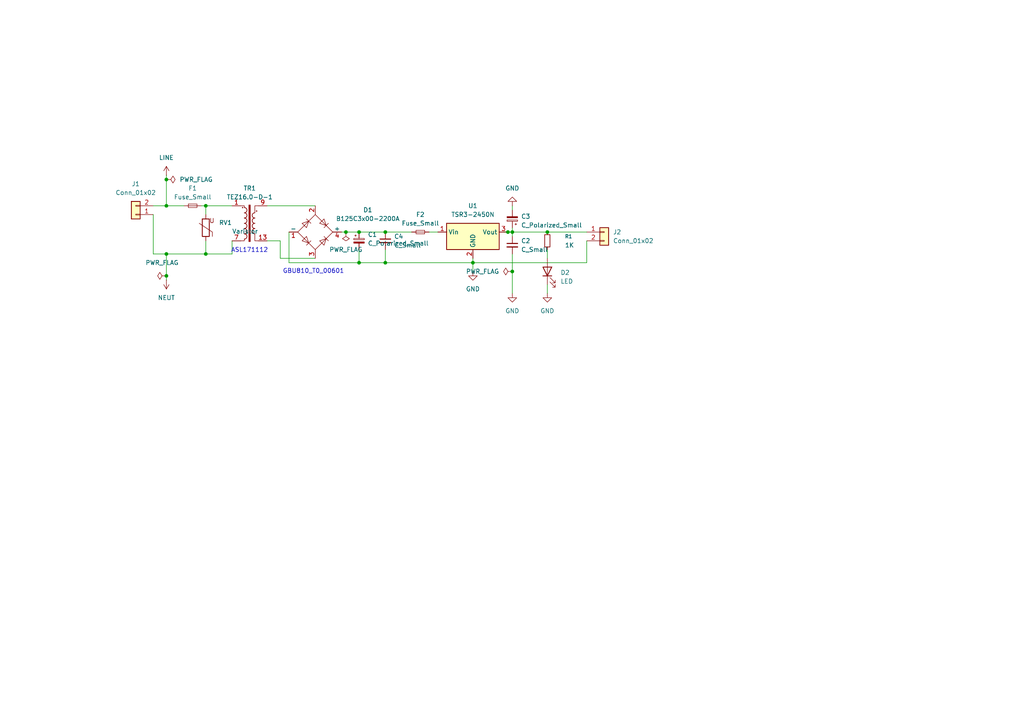
<source format=kicad_sch>
(kicad_sch (version 20250114) (generator "eeschema") (generator_version "9.0")
  (paper "A4")
  (lib_symbols
    (symbol "Connector_Generic:Conn_01x02" (pin_names (offset 1.016) (hide yes))
      (property "Reference" "J" (at 0 2.54 0))
      (property "Value" "Conn_01x02" (at 0 -5.08 0))
      (symbol "Conn_01x02_1_1"
        (rectangle (start -1.27 1.27) (end 1.27 -3.81) (stroke (width 0.254)) (fill (type background)))
        (rectangle (start -1.27 0.127) (end 0 -0.127) (stroke (width 0.1524)))
        (rectangle (start -1.27 -2.413) (end 0 -2.667) (stroke (width 0.1524)))
        (pin passive line (at -5.08 0 0) (length 3.81) (name "Pin_1") (number "1"))
        (pin passive line (at -5.08 -2.54 0) (length 3.81) (name "Pin_2") (number "2"))
      )
    )
    (symbol "Converter_DCDC:TSR3-2450N"
      (property "Reference" "U" (at -7.112 6.35 0))
      (property "Value" "TSR3-2450N" (at 1.524 6.35 0))
      (symbol "TSR3-2450N_0_1"
        (rectangle (start -7.62 5.08) (end 7.62 -2.54) (stroke (width 0.254)) (fill (type background)))
      )
      (symbol "TSR3-2450N_1_1"
        (pin power_in line (at -10.16 2.54 0) (length 2.54) (name "Vin") (number "1"))
        (pin power_in line (at 0 -5.08 90) (length 2.54) (name "GND") (number "2"))
        (pin power_out line (at 10.16 2.54 180) (length 2.54) (name "Vout") (number "3"))
      )
    )
    (symbol "Device:C_Polarized_Small" (pin_numbers (hide yes)) (pin_names (offset 0.254) (hide yes))
      (property "Reference" "C" (at 0.254 1.778 0))
      (property "Value" "C_Polarized_Small" (at 0.254 -2.032 0))
      (symbol "C_Polarized_Small_0_1"
        (rectangle (start -1.524 0.6858) (end 1.524 0.3048))
        (rectangle (start -1.524 -0.3048) (end 1.524 -0.6858) (fill (type outline)))
        (polyline (pts (xy -1.27 1.524) (xy -0.762 1.524)))
        (polyline (pts (xy -1.016 1.27) (xy -1.016 1.778)))
      )
      (symbol "C_Polarized_Small_1_1"
        (pin passive line (at 0 2.54 270) (length 1.8542) (name "~") (number "1"))
        (pin passive line (at 0 -2.54 90) (length 1.8542) (name "~") (number "2"))
      )
    )
    (symbol "Device:C_Small" (pin_numbers (hide yes)) (pin_names (offset 0.254) (hide yes))
      (property "Reference" "C" (at 0.254 1.778 0))
      (property "Value" "C_Small" (at 0.254 -2.032 0))
      (symbol "C_Small_0_1"
        (polyline (pts (xy -1.524 0.508) (xy 1.524 0.508)) (stroke (width 0.3048)))
        (polyline (pts (xy -1.524 -0.508) (xy 1.524 -0.508)) (stroke (width 0.3302)))
      )
      (symbol "C_Small_1_1"
        (pin passive line (at 0 2.54 270) (length 2.032) (name "~") (number "1"))
        (pin passive line (at 0 -2.54 90) (length 2.032) (name "~") (number "2"))
      )
    )
    (symbol "Device:Fuse_Small" (pin_numbers (hide yes)) (pin_names (offset 0.254) (hide yes))
      (property "Reference" "F" (at 0 -1.524 0))
      (property "Value" "Fuse_Small" (at 0 1.524 0))
      (symbol "Fuse_Small_0_1"
        (rectangle (start -1.27 0.508) (end 1.27 -0.508))
        (polyline (pts (xy -1.27 0) (xy 1.27 0)))
      )
      (symbol "Fuse_Small_1_1"
        (pin passive line (at -2.54 0 0) (length 1.27) (name "~") (number "1"))
        (pin passive line (at 2.54 0 180) (length 1.27) (name "~") (number "2"))
      )
    )
    (symbol "Device:LED" (pin_numbers (hide yes)) (pin_names (offset 1.016) (hide yes))
      (property "Reference" "D" (at 0 2.54 0))
      (property "Value" "LED" (at 0 -2.54 0))
      (symbol "LED_0_1"
        (polyline (pts (xy -3.048 -0.762) (xy -4.572 -2.286) (xy -3.81 -2.286) (xy -4.572 -2.286) (xy -4.572 -1.524)))
        (polyline (pts (xy -1.778 -0.762) (xy -3.302 -2.286) (xy -2.54 -2.286) (xy -3.302 -2.286) (xy -3.302 -1.524)))
        (polyline (pts (xy -1.27 0) (xy 1.27 0)))
        (polyline (pts (xy -1.27 -1.27) (xy -1.27 1.27)) (stroke (width 0.254)))
        (polyline (pts (xy 1.27 -1.27) (xy 1.27 1.27) (xy -1.27 0) (xy 1.27 -1.27)) (stroke (width 0.254)))
      )
      (symbol "LED_1_1"
        (pin passive line (at -3.81 0 0) (length 2.54) (name "K") (number "1"))
        (pin passive line (at 3.81 0 180) (length 2.54) (name "A") (number "2"))
      )
    )
    (symbol "Device:R_Small" (pin_numbers (hide yes)) (pin_names (offset 0.254) (hide yes))
      (property "Reference" "R" (at 0 0 90))
      (property "Value" "R_Small" (at 1.778 0 90))
      (symbol "R_Small_0_1"
        (rectangle (start -0.762 1.778) (end 0.762 -1.778) (stroke (width 0.2032)))
      )
      (symbol "R_Small_1_1"
        (pin passive line (at 0 2.54 270) (length 0.762) (name "~") (number "1"))
        (pin passive line (at 0 -2.54 90) (length 0.762) (name "~") (number "2"))
      )
    )
    (symbol "Device:Varistor" (pin_numbers (hide yes)) (pin_names (offset 0))
      (property "Reference" "RV" (at 3.175 0 90))
      (property "Value" "Varistor" (at -3.175 0 90))
      (symbol "Varistor_0_0"
        (text "U" (at -1.778 -2.032 0) (effects (font (size 1.27 1.27))))
      )
      (symbol "Varistor_0_1"
        (polyline (pts (xy -1.905 2.54) (xy -1.905 1.27) (xy 1.905 -1.27)))
        (rectangle (start -1.016 -2.54) (end 1.016 2.54) (stroke (width 0.254)))
      )
      (symbol "Varistor_1_1"
        (pin passive line (at 0 3.81 270) (length 1.27) (name "~") (number "1"))
        (pin passive line (at 0 -3.81 90) (length 1.27) (name "~") (number "2"))
      )
    )
    (symbol "Diode_Bridge:B125C3x00-2200A" (pin_names (offset 0))
      (property "Reference" "D" (at 2.54 6.985 0))
      (property "Value" "B125C3x00-2200A" (at 2.54 5.08 0))
      (symbol "B125C3x00-2200A_0_1"
        (polyline (pts (xy -5.08 0) (xy 0 -5.08) (xy 5.08 0) (xy 0 5.08) (xy -5.08 0)))
        (polyline (pts (xy -3.81 2.54) (xy -2.54 1.27) (xy -1.905 3.175) (xy -3.81 2.54)))
        (polyline (pts (xy -2.54 3.81) (xy -1.27 2.54)))
        (polyline (pts (xy -2.54 -1.27) (xy -3.81 -2.54) (xy -1.905 -3.175) (xy -2.54 -1.27)))
        (polyline (pts (xy -1.27 -2.54) (xy -2.54 -3.81)))
        (polyline (pts (xy 1.27 2.54) (xy 2.54 3.81) (xy 3.175 1.905) (xy 1.27 2.54)))
        (polyline (pts (xy 2.54 1.27) (xy 3.81 2.54)))
        (polyline (pts (xy 2.54 -1.27) (xy 3.81 -2.54)))
        (polyline (pts (xy 3.175 -1.905) (xy 1.27 -2.54) (xy 2.54 -3.81) (xy 3.175 -1.905)))
      )
      (symbol "B125C3x00-2200A_1_1"
        (pin passive line (at -7.62 0 0) (length 2.54) (name "-") (number "1"))
        (pin passive line (at 0 7.62 270) (length 2.54) (name "~") (number "2"))
        (pin passive line (at 0 -7.62 90) (length 2.54) (name "~") (number "3"))
        (pin passive line (at 7.62 0 180) (length 2.54) (name "+") (number "4"))
      )
    )
    (symbol "Transformer:TEZ16.0-D-1" (pin_names (offset 0.0254))
      (property "Reference" "TR" (at 0 6.35 0))
      (property "Value" "TEZ16.0-D-1" (at 0 -6.35 0))
      (symbol "TEZ16.0-D-1_0_1"
        (circle (center -2.032 4.572) (radius 0.127))
        (arc (start -1.524 4.572) (mid -0.7653 3.81) (end -1.524 3.048) (stroke (width 0.2032)))
        (arc (start -1.524 3.048) (mid -0.7653 2.286) (end -1.524 1.524) (stroke (width 0.2032)))
        (arc (start -1.524 1.524) (mid -0.7653 0.762) (end -1.524 0) (stroke (width 0.2032)))
        (arc (start -1.524 0) (mid -0.7653 -0.762) (end -1.524 -1.524) (stroke (width 0.2032)))
        (arc (start -1.524 -1.524) (mid -0.7653 -2.286) (end -1.524 -3.048) (stroke (width 0.2032)))
        (arc (start -1.524 -3.048) (mid -0.7653 -3.81) (end -1.524 -4.572) (stroke (width 0.2032)))
        (polyline (pts (xy -1.524 4.572) (xy -1.524 5.08) (xy -2.54 5.08)))
        (polyline (pts (xy -1.524 -4.572) (xy -1.524 -5.08) (xy -2.54 -5.08)))
        (rectangle (start -0.254 5.334) (end 0.254 -5.334) (stroke (width 0.0254)) (fill (type outline)))
        (polyline (pts (xy 1.524 3.048) (xy 1.524 5.08) (xy 2.54 5.08)) (stroke (width 0.1524)))
        (arc (start 1.524 1.524) (mid 0.7653 2.286) (end 1.524 3.048) (stroke (width 0.2032)))
        (arc (start 1.524 0) (mid 0.7653 0.762) (end 1.524 1.524) (stroke (width 0.2032)))
        (arc (start 1.524 -1.524) (mid 0.7653 -0.762) (end 1.524 0) (stroke (width 0.2032)))
        (arc (start 1.524 -3.048) (mid 0.7653 -2.286) (end 1.524 -1.524) (stroke (width 0.2032)))
        (circle (center 2.032 3.556) (radius 0.127))
        (polyline (pts (xy 2.54 -5.08) (xy 1.524 -5.08) (xy 1.524 -3.048)) (stroke (width 0.1524)))
      )
      (symbol "TEZ16.0-D-1_1_1"
        (pin passive line (at -5.08 5.08 0) (length 2.54) (name "~") (number "1"))
        (pin passive line (at -5.08 -5.08 0) (length 2.54) (name "~") (number "7"))
        (pin passive line (at 5.08 5.08 180) (length 2.54) (name "~") (number "9"))
        (pin passive line (at 5.08 -5.08 180) (length 2.54) (name "~") (number "13"))
      )
    )
    (symbol "power:GND" (power) (pin_numbers (hide yes)) (pin_names (offset 0) (hide yes))
      (property "Value" "GND" (at 0 -3.81 0))
      (symbol "GND_0_1"
        (polyline (pts (xy 0 0) (xy 0 -1.27) (xy 1.27 -1.27) (xy 0 -2.54) (xy -1.27 -1.27) (xy 0 -1.27)))
      )
      (symbol "GND_1_1"
        (pin power_in line (at 0 0 270) (length 0) (name "~") (number "1"))
      )
    )
    (symbol "power:LINE" (power) (pin_numbers (hide yes)) (pin_names (offset 0) (hide yes))
      (property "Value" "LINE" (at 0 3.556 0))
      (symbol "LINE_0_1"
        (polyline (pts (xy -0.762 1.27) (xy 0 2.54)))
        (polyline (pts (xy 0 2.54) (xy 0.762 1.27)))
        (polyline (pts (xy 0 0) (xy 0 2.54)))
      )
      (symbol "LINE_1_1"
        (pin power_in line (at 0 0 90) (length 0) (name "~") (number "1"))
      )
    )
    (symbol "power:NEUT" (power) (pin_numbers (hide yes)) (pin_names (offset 0) (hide yes))
      (property "Value" "NEUT" (at 0 3.556 0))
      (symbol "NEUT_0_1"
        (polyline (pts (xy -0.762 1.27) (xy 0 2.54)))
        (polyline (pts (xy 0 2.54) (xy 0.762 1.27)))
        (polyline (pts (xy 0 0) (xy 0 2.54)))
      )
      (symbol "NEUT_1_1"
        (pin power_in line (at 0 0 90) (length 0) (name "~") (number "1"))
      )
    )
    (symbol "power:PWR_FLAG" (power) (pin_numbers (hide yes)) (pin_names (offset 0) (hide yes))
      (property "Value" "PWR_FLAG" (at 0 3.81 0))
      (symbol "PWR_FLAG_0_0"
        (pin power_out line (at 0 0 90) (length 0) (name "~") (number "1"))
      )
      (symbol "PWR_FLAG_0_1"
        (polyline (pts (xy 0 0) (xy 0 1.27) (xy -1.016 1.905) (xy 0 2.54) (xy 1.016 1.905) (xy 0 1.27)))
      )
    )
  )
  (text "GBU810_T0_00601" (at 90.932 78.74 0) (effects (font (size 1.27 1.27))))
  (text "ASL171112" (at 72.39 72.644 0) (effects (font (size 1.27 1.27))))
  (junction (at 48.26 73.66))
  (junction (at 111.76 76.2))
  (junction (at 148.59 67.31))
  (junction (at 100.33 67.31))
  (junction (at 48.26 59.69))
  (junction (at 148.59 78.74))
  (junction (at 104.14 67.31))
  (junction (at 158.75 67.31))
  (junction (at 59.69 59.69))
  (junction (at 48.26 52.07))
  (junction (at 48.26 80.01))
  (junction (at 137.16 76.2))
  (junction (at 111.76 67.31))
  (junction (at 104.14 76.2))
  (junction (at 59.69 73.66))
  (junction (at 147.32 67.31))
  (wire (pts (xy 59.69 73.66) (xy 67.31 73.66)))
  (wire (pts (xy 58.42 59.69) (xy 59.69 59.69)))
  (wire (pts (xy 111.76 72.39) (xy 111.76 76.2)))
  (wire (pts (xy 81.28 74.93) (xy 91.44 74.93)))
  (wire (pts (xy 48.26 73.66) (xy 44.45 73.66)))
  (wire (pts (xy 104.14 72.39) (xy 104.14 76.2)))
  (wire (pts (xy 148.59 66.04) (xy 148.59 67.31)))
  (wire (pts (xy 170.18 69.85) (xy 170.18 76.2)))
  (wire (pts (xy 104.14 76.2) (xy 83.82 76.2)))
  (wire (pts (xy 158.75 82.55) (xy 158.75 85.09)))
  (wire (pts (xy 100.33 67.31) (xy 104.14 67.31)))
  (wire (pts (xy 48.26 73.66) (xy 59.69 73.66)))
  (wire (pts (xy 81.28 69.85) (xy 81.28 74.93)))
  (wire (pts (xy 158.75 72.39) (xy 158.75 74.93)))
  (wire (pts (xy 148.59 73.66) (xy 148.59 78.74)))
  (wire (pts (xy 44.45 62.23) (xy 44.45 73.66)))
  (wire (pts (xy 67.31 69.85) (xy 67.31 73.66)))
  (wire (pts (xy 83.82 76.2) (xy 83.82 67.31)))
  (wire (pts (xy 158.75 67.31) (xy 170.18 67.31)))
  (wire (pts (xy 77.47 59.69) (xy 91.44 59.69)))
  (wire (pts (xy 48.26 50.8) (xy 48.26 52.07)))
  (wire (pts (xy 137.16 74.93) (xy 137.16 76.2)))
  (wire (pts (xy 48.26 73.66) (xy 48.26 80.01)))
  (wire (pts (xy 59.69 59.69) (xy 67.31 59.69)))
  (wire (pts (xy 148.59 78.74) (xy 148.59 85.09)))
  (wire (pts (xy 59.69 59.69) (xy 59.69 62.23)))
  (wire (pts (xy 137.16 76.2) (xy 137.16 78.74)))
  (wire (pts (xy 104.14 67.31) (xy 111.76 67.31)))
  (wire (pts (xy 148.59 67.31) (xy 148.59 68.58)))
  (wire (pts (xy 111.76 76.2) (xy 137.16 76.2)))
  (wire (pts (xy 48.26 52.07) (xy 48.26 59.69)))
  (wire (pts (xy 48.26 59.69) (xy 53.34 59.69)))
  (wire (pts (xy 148.59 59.69) (xy 148.59 60.96)))
  (wire (pts (xy 59.69 69.85) (xy 59.69 73.66)))
  (wire (pts (xy 77.47 69.85) (xy 81.28 69.85)))
  (wire (pts (xy 111.76 67.31) (xy 119.38 67.31)))
  (wire (pts (xy 104.14 76.2) (xy 111.76 76.2)))
  (wire (pts (xy 48.26 81.28) (xy 48.26 80.01)))
  (wire (pts (xy 99.06 67.31) (xy 100.33 67.31)))
  (wire (pts (xy 148.59 67.31) (xy 147.32 67.31)))
  (wire (pts (xy 44.45 59.69) (xy 48.26 59.69)))
  (wire (pts (xy 148.59 67.31) (xy 158.75 67.31)))
  (wire (pts (xy 137.16 76.2) (xy 170.18 76.2)))
  (wire (pts (xy 124.46 67.31) (xy 127 67.31)))
  (wire (pts (xy 147.32 67.31) (xy 146.05 67.31)))
  (symbol (lib_id "power:GND") (at 158.75 85.09 0) (unit 1)
    (property "Reference" "#PWR03" (effects (hide yes)))
    (property "Value" "GND" (at 158.75 90.17 0))
    (property "Description" "Power symbol creates a global label with name \"GND\" , ground" (effects (hide yes)))
  )
  (symbol (lib_id "power:GND") (at 137.16 78.74 0) (unit 1)
    (property "Reference" "#PWR04" (effects (hide yes)))
    (property "Value" "GND" (at 137.16 83.82 0))
    (property "Description" "Power symbol creates a global label with name \"GND\" , ground" (effects (hide yes)))
  )
  (symbol (lib_id "Converter_DCDC:TSR3-2450N") (at 137.16 69.85 0) (unit 1)
    (property "Reference" "U1" (at 137.16 59.69 0))
    (property "Value" "TSR3-2450N" (at 137.16 62.23 0))
    (property "Footprint" "Library:CONV_TSR_3-2450" (effects (hide yes)))
    (property "Datasheet" "https://www.tracopower.com/products/tsr3n.pdf" (effects (hide yes)))
    (property "Description" "3A step-down regulator, fixed 5V output voltage, 6.5-36V input voltage, TO-220 compatible LM78xx replacement" (effects (hide yes)))
  )
  (symbol (lib_id "power:PWR_FLAG") (at 100.33 67.31 180) (unit 1)
    (property "Reference" "#FLG04" (effects (hide yes)))
    (property "Value" "PWR_FLAG" (at 100.33 72.39 0))
    (property "Description" "Special symbol for telling ERC where power comes from" (effects (hide yes)))
  )
  (symbol (lib_id "Device:Varistor") (at 59.69 66.04 180) (unit 1)
    (property "Reference" "RV1" (at 63.5 64.5765 0) (effects (justify right)))
    (property "Value" "Varistor" (at 67.31 67.1165 0) (effects (justify right)))
    (property "Footprint" "Varistor:RV_Disc_D15.5mm_W5.9mm_P7.5mm" (effects (hide yes)))
    (property "Description" "Voltage dependent resistor" (effects (hide yes)))
    (property "Sim.Name" "kicad_builtin_varistor" (effects (hide yes)))
    (property "Sim.Device" "SUBCKT" (effects (hide yes)))
    (property "Sim.Pins" "1=A 2=B" (effects (hide yes)))
    (property "Sim.Params" "threshold=1k" (effects (hide yes)))
    (property "Sim.Library" "${KICAD9_SYMBOL_DIR}/Simulation_SPICE.sp" (effects (hide yes)))
  )
  (symbol (lib_id "Transformer:TEZ16.0-D-1") (at 72.39 64.77 0) (unit 1)
    (property "Reference" "TR1" (at 72.4281 54.61 0))
    (property "Value" "TEZ16.0-D-1" (at 72.4281 57.15 0))
    (property "Footprint" "My_Transformers:ASL171112" (effects (hide yes)))
    (property "Datasheet" "http://www.breve.pl/pdf/ANG/TEZ_ang.pdf" (effects (hide yes)))
    (property "Description" "TEZ16.0/D/x, 16VA, Single Secondary, Cast Resin Transformer, PCB" (effects (hide yes)))
  )
  (symbol (lib_id "power:GND") (at 148.59 59.69 180) (unit 1)
    (property "Reference" "#PWR02" (effects (hide yes)))
    (property "Value" "GND" (at 148.59 54.61 0))
    (property "Description" "Power symbol creates a global label with name \"GND\" , ground" (effects (hide yes)))
  )
  (symbol (lib_id "power:PWR_FLAG") (at 48.26 52.07 270) (unit 1)
    (property "Reference" "#FLG02" (effects (hide yes)))
    (property "Value" "PWR_FLAG" (at 52.07 52.0699 90) (effects (justify left)))
    (property "Description" "Special symbol for telling ERC where power comes from" (effects (hide yes)))
  )
  (symbol (lib_id "Device:Fuse_Small") (at 55.88 59.69 0) (unit 1)
    (property "Reference" "F1" (at 55.88 54.61 0))
    (property "Value" "Fuse_Small" (at 55.88 57.15 0))
    (property "Footprint" "Library:FUSRR508W60L835T400H810" (effects (hide yes)))
    (property "Description" "Fuse, small symbol" (effects (hide yes)))
  )
  (symbol (lib_id "Diode_Bridge:B125C3x00-2200A") (at 91.44 67.31 0) (unit 1)
    (property "Reference" "D1" (at 106.68 60.8898 0))
    (property "Value" "B125C3x00-2200A" (at 106.68 63.4298 0))
    (property "Footprint" "Diode_THT:Diode_Bridge_Vishay_GBU" (effects (hide yes)))
    (property "Datasheet" "https://diotec.com/tl_files/diotec/files/pdf/datasheets/b40c3700" (effects (hide yes)))
    (property "Description" "Silicon Bridge Rectifier, 125V Vrms, 2.2A If, pins=-AA+, SIL-package" (effects (hide yes)))
  )
  (symbol (lib_id "power:LINE") (at 48.26 50.8 0) (unit 1)
    (property "Reference" "#PWR05" (effects (hide yes)))
    (property "Value" "LINE" (at 48.26 45.72 0))
    (property "Description" "Power symbol creates a global label with name \"LINE\"" (effects (hide yes)))
  )
  (symbol (lib_id "Device:C_Polarized_Small") (at 104.14 69.85 0) (unit 1)
    (property "Reference" "C1" (at 106.68 68.0338 0) (effects (justify left)))
    (property "Value" "C_Polarized_Small" (at 106.68 70.5738 0) (effects (justify left)))
    (property "Footprint" "Capacitor_THT:C_Radial_D18.0mm_H35.5mm_P7.50mm" (effects (hide yes)))
    (property "Description" "Polarized capacitor, small symbol" (effects (hide yes)))
  )
  (symbol (lib_id "Device:LED") (at 158.75 78.74 90) (unit 1)
    (property "Reference" "D2" (at 162.56 79.0574 90) (effects (justify right)))
    (property "Value" "LED" (at 162.56 81.5974 90) (effects (justify right)))
    (property "Footprint" "LED_THT:LED_D5.0mm" (effects (hide yes)))
    (property "Description" "Light emitting diode" (effects (hide yes)))
    (property "Sim.Pins" "1=K 2=A" (effects (hide yes)))
  )
  (symbol (lib_id "Device:C_Small") (at 148.59 71.12 0) (unit 1)
    (property "Reference" "C2" (at 151.13 69.8562 0) (effects (justify left)))
    (property "Value" "C_Small" (at 151.13 72.3962 0) (effects (justify left)))
    (property "Footprint" "Capacitor_THT:C_Rect_L7.2mm_W2.5mm_P5.00mm_FKS2_FKP2_MKS2_MKP2" (effects (hide yes)))
    (property "Description" "Unpolarized capacitor, small symbol" (effects (hide yes)))
  )
  (symbol (lib_id "Device:Fuse_Small") (at 121.92 67.31 0) (unit 1)
    (property "Reference" "F2" (at 121.92 62.23 0))
    (property "Value" "Fuse_Small" (at 121.92 64.77 0))
    (property "Footprint" "Fuse:Fuse_Littelfuse_395Series" (effects (hide yes)))
    (property "Description" "Fuse, small symbol" (effects (hide yes)))
  )
  (symbol (lib_id "power:PWR_FLAG") (at 48.26 80.01 90) (unit 1)
    (property "Reference" "#FLG01" (effects (hide yes)))
    (property "Value" "PWR_FLAG" (at 46.99 76.2 90))
    (property "Description" "Special symbol for telling ERC where power comes from" (effects (hide yes)))
  )
  (symbol (lib_id "power:GND") (at 148.59 85.09 0) (unit 1)
    (property "Reference" "#PWR01" (effects (hide yes)))
    (property "Value" "GND" (at 148.59 90.17 0))
    (property "Description" "Power symbol creates a global label with name \"GND\" , ground" (effects (hide yes)))
  )
  (symbol (lib_id "Device:C_Polarized_Small") (at 148.59 63.5 180) (unit 1)
    (property "Reference" "C3" (at 151.13 62.776 0) (effects (justify right)))
    (property "Value" "C_Polarized_Small" (at 151.13 65.316 0) (effects (justify right)))
    (property "Footprint" "Capacitor_THT:CP_Radial_D8.0mm_P3.50mm" (effects (hide yes)))
    (property "Description" "Polarized capacitor, small symbol" (effects (hide yes)))
  )
  (symbol (lib_id "Device:R_Small") (at 158.75 69.85 0) (unit 1)
    (property "Reference" "R1" (at 163.83 68.5799 0) (effects (font (size 1.016 1.016)) (justify left)))
    (property "Value" "1K" (at 163.83 71.1199 0) (effects (justify left)))
    (property "Footprint" "Library:RES_TYCO_YR1_TYC" (effects (hide yes)))
    (property "Description" "Resistor, small symbol" (effects (hide yes)))
  )
  (symbol (lib_id "Connector_Generic:Conn_01x02") (at 39.37 62.23 180) (unit 1)
    (property "Reference" "J1" (at 39.37 53.34 0))
    (property "Value" "Conn_01x02" (at 39.37 55.88 0))
    (property "Footprint" "TerminalBlock_Phoenix:TerminalBlock_Phoenix_PT-1,5-2-5.0-H_1x02_P5.00mm_Horizontal" (effects (hide yes)))
    (property "Description" "Generic connector, single row, 01x02, script generated (kicad-library-utils/schlib/autogen/connector/)" (effects (hide yes)))
  )
  (symbol (lib_id "power:NEUT") (at 48.26 81.28 180) (unit 1)
    (property "Reference" "#PWR06" (effects (hide yes)))
    (property "Value" "NEUT" (at 48.26 86.36 0))
    (property "Description" "Power symbol creates a global label with name \"NEUT\"" (effects (hide yes)))
  )
  (symbol (lib_id "Connector_Generic:Conn_01x02") (at 175.26 67.31 0) (unit 1)
    (property "Reference" "J2" (at 177.8 67.3099 0) (effects (justify left)))
    (property "Value" "Conn_01x02" (at 177.8 69.8499 0) (effects (justify left)))
    (property "Footprint" "TerminalBlock_Phoenix:TerminalBlock_Phoenix_PT-1,5-2-5.0-H_1x02_P5.00mm_Horizontal" (effects (hide yes)))
    (property "Description" "Generic connector, single row, 01x02, script generated (kicad-library-utils/schlib/autogen/connector/)" (effects (hide yes)))
  )
  (symbol (lib_id "Device:C_Small") (at 111.76 69.85 0) (unit 1)
    (property "Reference" "C4" (at 114.3 68.5862 0) (effects (justify left)))
    (property "Value" "C_Small" (at 114.3 71.1262 0) (effects (justify left)))
    (property "Footprint" "Capacitor_THT:C_Rect_L7.2mm_W2.5mm_P5.00mm_FKS2_FKP2_MKS2_MKP2" (effects (hide yes)))
    (property "Description" "Unpolarized capacitor, small symbol" (effects (hide yes)))
  )
  (symbol (lib_id "power:PWR_FLAG") (at 148.59 78.74 90) (unit 1)
    (property "Reference" "#FLG03" (effects (hide yes)))
    (property "Value" "PWR_FLAG" (at 144.78 78.7399 90) (effects (justify left)))
    (property "Description" "Special symbol for telling ERC where power comes from" (effects (hide yes)))
  )
)
</source>
